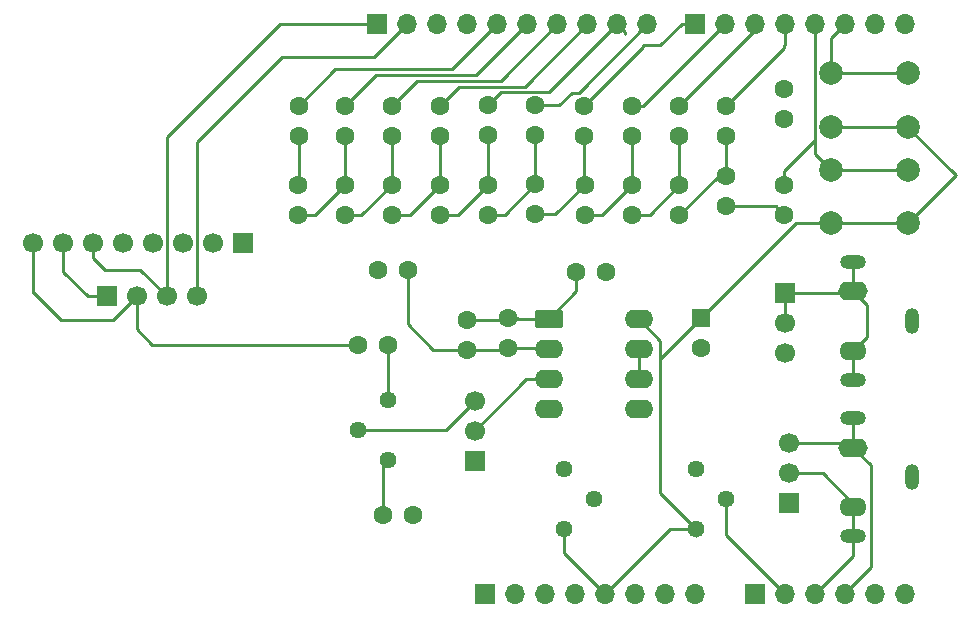
<source format=gbr>
%TF.GenerationSoftware,KiCad,Pcbnew,9.0.7*%
%TF.CreationDate,2026-02-04T17:26:36-07:00*%
%TF.ProjectId,Uno_Shield_DSP_Class_v1,556e6f5f-5368-4696-956c-645f4453505f,rev?*%
%TF.SameCoordinates,Original*%
%TF.FileFunction,Copper,L1,Top*%
%TF.FilePolarity,Positive*%
%FSLAX46Y46*%
G04 Gerber Fmt 4.6, Leading zero omitted, Abs format (unit mm)*
G04 Created by KiCad (PCBNEW 9.0.7) date 2026-02-04 17:26:36*
%MOMM*%
%LPD*%
G01*
G04 APERTURE LIST*
G04 Aperture macros list*
%AMRoundRect*
0 Rectangle with rounded corners*
0 $1 Rounding radius*
0 $2 $3 $4 $5 $6 $7 $8 $9 X,Y pos of 4 corners*
0 Add a 4 corners polygon primitive as box body*
4,1,4,$2,$3,$4,$5,$6,$7,$8,$9,$2,$3,0*
0 Add four circle primitives for the rounded corners*
1,1,$1+$1,$2,$3*
1,1,$1+$1,$4,$5*
1,1,$1+$1,$6,$7*
1,1,$1+$1,$8,$9*
0 Add four rect primitives between the rounded corners*
20,1,$1+$1,$2,$3,$4,$5,0*
20,1,$1+$1,$4,$5,$6,$7,0*
20,1,$1+$1,$6,$7,$8,$9,0*
20,1,$1+$1,$8,$9,$2,$3,0*%
G04 Aperture macros list end*
%TA.AperFunction,ComponentPad*%
%ADD10R,1.700000X1.700000*%
%TD*%
%TA.AperFunction,ComponentPad*%
%ADD11O,1.700000X1.700000*%
%TD*%
%TA.AperFunction,ComponentPad*%
%ADD12C,1.600000*%
%TD*%
%TA.AperFunction,ComponentPad*%
%ADD13C,2.000000*%
%TD*%
%TA.AperFunction,ComponentPad*%
%ADD14C,1.700000*%
%TD*%
%TA.AperFunction,ComponentPad*%
%ADD15O,2.200000X1.200000*%
%TD*%
%TA.AperFunction,ComponentPad*%
%ADD16O,2.300000X1.600000*%
%TD*%
%TA.AperFunction,ComponentPad*%
%ADD17O,1.200000X2.200000*%
%TD*%
%TA.AperFunction,ComponentPad*%
%ADD18O,2.500000X1.600000*%
%TD*%
%TA.AperFunction,ComponentPad*%
%ADD19RoundRect,0.250000X-0.550000X0.550000X-0.550000X-0.550000X0.550000X-0.550000X0.550000X0.550000X0*%
%TD*%
%TA.AperFunction,ComponentPad*%
%ADD20C,1.440000*%
%TD*%
%TA.AperFunction,ComponentPad*%
%ADD21RoundRect,0.250000X-0.950000X-0.550000X0.950000X-0.550000X0.950000X0.550000X-0.950000X0.550000X0*%
%TD*%
%TA.AperFunction,ComponentPad*%
%ADD22O,2.400000X1.600000*%
%TD*%
%TA.AperFunction,Conductor*%
%ADD23C,0.250000*%
%TD*%
G04 APERTURE END LIST*
D10*
%TO.P,J1,1,Pin_1*%
%TO.N,unconnected-(J1-Pin_1-Pad1)*%
X127940000Y-97460000D03*
D11*
%TO.P,J1,2,Pin_2*%
%TO.N,/IOREF*%
X130480000Y-97460000D03*
%TO.P,J1,3,Pin_3*%
%TO.N,/~{RESET}*%
X133020000Y-97460000D03*
%TO.P,J1,4,Pin_4*%
%TO.N,+3V3*%
X135560000Y-97460000D03*
%TO.P,J1,5,Pin_5*%
%TO.N,+5V*%
X138100000Y-97460000D03*
%TO.P,J1,6,Pin_6*%
%TO.N,GND*%
X140640000Y-97460000D03*
%TO.P,J1,7,Pin_7*%
X143180000Y-97460000D03*
%TO.P,J1,8,Pin_8*%
%TO.N,VCC*%
X145720000Y-97460000D03*
%TD*%
D10*
%TO.P,J3,1,Pin_1*%
%TO.N,/A0*%
X150800000Y-97460000D03*
D11*
%TO.P,J3,2,Pin_2*%
%TO.N,/A1*%
X153340000Y-97460000D03*
%TO.P,J3,3,Pin_3*%
%TO.N,/IN_RIGHT*%
X155880000Y-97460000D03*
%TO.P,J3,4,Pin_4*%
%TO.N,/IN_LEFT*%
X158420000Y-97460000D03*
%TO.P,J3,5,Pin_5*%
%TO.N,/SDA{slash}A4*%
X160960000Y-97460000D03*
%TO.P,J3,6,Pin_6*%
%TO.N,/SCL{slash}A5*%
X163500000Y-97460000D03*
%TD*%
D10*
%TO.P,J2,1,Pin_1*%
%TO.N,/SCL*%
X118796000Y-49200000D03*
D11*
%TO.P,J2,2,Pin_2*%
%TO.N,/SDA*%
X121336000Y-49200000D03*
%TO.P,J2,3,Pin_3*%
%TO.N,/AREF*%
X123876000Y-49200000D03*
%TO.P,J2,4,Pin_4*%
%TO.N,GND*%
X126416000Y-49200000D03*
%TO.P,J2,5,Pin_5*%
%TO.N,/D9*%
X128956000Y-49200000D03*
%TO.P,J2,6,Pin_6*%
%TO.N,/D8*%
X131496000Y-49200000D03*
%TO.P,J2,7,Pin_7*%
%TO.N,/D7*%
X134036000Y-49200000D03*
%TO.P,J2,8,Pin_8*%
%TO.N,/D6*%
X136576000Y-49200000D03*
%TO.P,J2,9,Pin_9*%
%TO.N,/D5*%
X139116000Y-49200000D03*
%TO.P,J2,10,Pin_10*%
%TO.N,/D4*%
X141656000Y-49200000D03*
%TD*%
D10*
%TO.P,J4,1,Pin_1*%
%TO.N,/D3*%
X145720000Y-49200000D03*
D11*
%TO.P,J4,2,Pin_2*%
%TO.N,/D2*%
X148260000Y-49200000D03*
%TO.P,J4,3,Pin_3*%
%TO.N,/D1*%
X150800000Y-49200000D03*
%TO.P,J4,4,Pin_4*%
%TO.N,/D0*%
X153340000Y-49200000D03*
%TO.P,J4,5,Pin_5*%
%TO.N,/BT2*%
X155880000Y-49200000D03*
%TO.P,J4,6,Pin_6*%
%TO.N,/BT1*%
X158420000Y-49200000D03*
%TO.P,J4,7,Pin_7*%
%TO.N,/TX{slash}1*%
X160960000Y-49200000D03*
%TO.P,J4,8,Pin_8*%
%TO.N,/RX{slash}0*%
X163500000Y-49200000D03*
%TD*%
D12*
%TO.P,R9,1*%
%TO.N,Net-(R10-Pad1)*%
X136350000Y-62810000D03*
%TO.P,R9,2*%
%TO.N,Net-(R7-Pad1)*%
X136350000Y-65350000D03*
%TD*%
%TO.P,R13,1*%
%TO.N,Net-(R13-Pad1)*%
X128150000Y-62820000D03*
%TO.P,R13,2*%
%TO.N,Net-(R11-Pad1)*%
X128150000Y-65360000D03*
%TD*%
%TO.P,R14,1*%
%TO.N,Net-(R13-Pad1)*%
X128130000Y-58620000D03*
%TO.P,R14,2*%
%TO.N,/D5*%
X128130000Y-56080000D03*
%TD*%
%TO.P,R18,1*%
%TO.N,Net-(R17-Pad1)*%
X120050000Y-58670000D03*
%TO.P,R18,2*%
%TO.N,/D7*%
X120050000Y-56130000D03*
%TD*%
%TO.P,R4,1*%
%TO.N,Net-(R3-Pad2)*%
X148320000Y-58690000D03*
%TO.P,R4,2*%
%TO.N,/D0*%
X148320000Y-56150000D03*
%TD*%
%TO.P,R15,1*%
%TO.N,Net-(R15-Pad1)*%
X124070000Y-62810000D03*
%TO.P,R15,2*%
%TO.N,Net-(R13-Pad1)*%
X124070000Y-65350000D03*
%TD*%
%TO.P,R19,1*%
%TO.N,Net-(R19-Pad1)*%
X116080000Y-62840000D03*
%TO.P,R19,2*%
%TO.N,Net-(R17-Pad1)*%
X116080000Y-65380000D03*
%TD*%
%TO.P,C2,1*%
%TO.N,Net-(U1A--)*%
X129890000Y-76600000D03*
%TO.P,C2,2*%
%TO.N,Net-(C2-Pad2)*%
X129890000Y-74100000D03*
%TD*%
%TO.P,R7,1*%
%TO.N,Net-(R7-Pad1)*%
X140350000Y-62820000D03*
%TO.P,R7,2*%
%TO.N,Net-(R5-Pad1)*%
X140350000Y-65360000D03*
%TD*%
%TO.P,R21,1*%
%TO.N,Net-(R21-Pad1)*%
X112090000Y-62840000D03*
%TO.P,R21,2*%
%TO.N,Net-(R19-Pad1)*%
X112090000Y-65380000D03*
%TD*%
D13*
%TO.P,SW2,1,1*%
%TO.N,+5V*%
X163710000Y-66050000D03*
X157210000Y-66050000D03*
%TO.P,SW2,2,2*%
%TO.N,/BT2*%
X163710000Y-61550000D03*
X157210000Y-61550000D03*
%TD*%
D12*
%TO.P,R20,1*%
%TO.N,Net-(R19-Pad1)*%
X116090000Y-58670000D03*
%TO.P,R20,2*%
%TO.N,/D8*%
X116090000Y-56130000D03*
%TD*%
%TO.P,R6,1*%
%TO.N,Net-(R5-Pad1)*%
X144310000Y-58680000D03*
%TO.P,R6,2*%
%TO.N,/D1*%
X144310000Y-56140000D03*
%TD*%
D10*
%TO.P,J7,1,Pin_1*%
%TO.N,/AUDIO_OUT*%
X153310000Y-71920000D03*
D14*
%TO.P,J7,2,Pin_2*%
X153310000Y-74460000D03*
%TO.P,J7,3,Pin_3*%
%TO.N,GND*%
X153310000Y-77000000D03*
%TD*%
D12*
%TO.P,R10,1*%
%TO.N,Net-(R10-Pad1)*%
X136270000Y-58650000D03*
%TO.P,R10,2*%
%TO.N,/D3*%
X136270000Y-56110000D03*
%TD*%
D10*
%TO.P,J5,1,Pin_1*%
%TO.N,unconnected-(J5-Pin_1-Pad1)*%
X107460000Y-67730000D03*
D14*
%TO.P,J5,2,Pin_2*%
%TO.N,unconnected-(J5-Pin_2-Pad2)*%
X104920000Y-67730000D03*
%TO.P,J5,3,Pin_3*%
%TO.N,unconnected-(J5-Pin_3-Pad3)*%
X102380000Y-67730000D03*
%TO.P,J5,4,Pin_4*%
%TO.N,unconnected-(J5-Pin_4-Pad4)*%
X99840000Y-67730000D03*
%TO.P,J5,5,Pin_5*%
%TO.N,/SDA*%
X97300000Y-67730000D03*
%TO.P,J5,6,Pin_6*%
%TO.N,/SCL*%
X94760000Y-67730000D03*
%TO.P,J5,7,Pin_7*%
%TO.N,GND*%
X92220000Y-67730000D03*
%TO.P,J5,8,Pin_8*%
%TO.N,+5V*%
X89680000Y-67730000D03*
%TD*%
D12*
%TO.P,R26,1*%
%TO.N,Net-(R26-Pad1)*%
X119260000Y-90790000D03*
%TO.P,R26,2*%
%TO.N,GND*%
X121800000Y-90790000D03*
%TD*%
D15*
%TO.P,J11,R*%
%TO.N,/AUDIO_OUT*%
X159090000Y-79330000D03*
D16*
%TO.P,J11,RN*%
X159090000Y-76830000D03*
D17*
%TO.P,J11,S*%
%TO.N,GND*%
X164090000Y-74330000D03*
D15*
%TO.P,J11,T*%
%TO.N,/AUDIO_OUT*%
X159090000Y-69330000D03*
D18*
%TO.P,J11,TN*%
X159090000Y-71830000D03*
%TD*%
D12*
%TO.P,R5,1*%
%TO.N,Net-(R5-Pad1)*%
X144370000Y-62850000D03*
%TO.P,R5,2*%
%TO.N,Net-(R3-Pad2)*%
X144370000Y-65390000D03*
%TD*%
D19*
%TO.P,C1,1*%
%TO.N,+5V*%
X146210000Y-74107620D03*
D12*
%TO.P,C1,2*%
%TO.N,GND*%
X146210000Y-76607620D03*
%TD*%
%TO.P,R24,1*%
%TO.N,Net-(C2-Pad2)*%
X126360000Y-74240000D03*
%TO.P,R24,2*%
%TO.N,Net-(U1A--)*%
X126360000Y-76780000D03*
%TD*%
%TO.P,R12,1*%
%TO.N,Net-(R11-Pad1)*%
X132180000Y-58620000D03*
%TO.P,R12,2*%
%TO.N,/D4*%
X132180000Y-56080000D03*
%TD*%
D13*
%TO.P,SW1,1,1*%
%TO.N,+5V*%
X163710000Y-57870000D03*
X157210000Y-57870000D03*
%TO.P,SW1,2,2*%
%TO.N,/BT1*%
X163710000Y-53370000D03*
X157210000Y-53370000D03*
%TD*%
D12*
%TO.P,R11,1*%
%TO.N,Net-(R11-Pad1)*%
X132180000Y-62770000D03*
%TO.P,R11,2*%
%TO.N,Net-(R10-Pad1)*%
X132180000Y-65310000D03*
%TD*%
%TO.P,R22,1*%
%TO.N,Net-(R21-Pad1)*%
X112130000Y-58650000D03*
%TO.P,R22,2*%
%TO.N,/D9*%
X112130000Y-56110000D03*
%TD*%
D10*
%TO.P,J12,1,Pin_1*%
%TO.N,GND*%
X153620000Y-89780000D03*
D14*
%TO.P,J12,2,Pin_2*%
%TO.N,/IN_RIGHT*%
X153620000Y-87240000D03*
%TO.P,J12,3,Pin_3*%
%TO.N,/IN_LEFT*%
X153620000Y-84700000D03*
%TD*%
D12*
%TO.P,R1,1*%
%TO.N,/BT1*%
X153220000Y-54670000D03*
%TO.P,R1,2*%
%TO.N,GND*%
X153220000Y-57210000D03*
%TD*%
%TO.P,R27,1*%
%TO.N,/AUDIO_OUT*%
X138180000Y-70180000D03*
%TO.P,R27,2*%
%TO.N,Net-(C2-Pad2)*%
X135640000Y-70180000D03*
%TD*%
%TO.P,R17,1*%
%TO.N,Net-(R17-Pad1)*%
X120030000Y-62800000D03*
%TO.P,R17,2*%
%TO.N,Net-(R15-Pad1)*%
X120030000Y-65340000D03*
%TD*%
%TO.P,R25,1*%
%TO.N,+5V*%
X117180000Y-76360000D03*
%TO.P,R25,2*%
%TO.N,Net-(R25-Pad2)*%
X119720000Y-76360000D03*
%TD*%
%TO.P,R16,1*%
%TO.N,Net-(R15-Pad1)*%
X124070000Y-58650000D03*
%TO.P,R16,2*%
%TO.N,/D6*%
X124070000Y-56110000D03*
%TD*%
D20*
%TO.P,RV1,1,1*%
%TO.N,+5V*%
X134610000Y-91950000D03*
%TO.P,RV1,2,2*%
%TO.N,/A0*%
X137150000Y-89410000D03*
%TO.P,RV1,3,3*%
%TO.N,GND*%
X134610000Y-86870000D03*
%TD*%
D12*
%TO.P,R2,1*%
%TO.N,/BT2*%
X153260000Y-62810000D03*
%TO.P,R2,2*%
%TO.N,GND*%
X153260000Y-65350000D03*
%TD*%
D21*
%TO.P,U1,1*%
%TO.N,Net-(C2-Pad2)*%
X133300000Y-74170000D03*
D22*
%TO.P,U1,2,-*%
%TO.N,Net-(U1A--)*%
X133300000Y-76710000D03*
%TO.P,U1,3,+*%
%TO.N,Net-(J9-Pin_2)*%
X133300000Y-79250000D03*
%TO.P,U1,4,V-*%
%TO.N,GND*%
X133300000Y-81790000D03*
%TO.P,U1,5,+*%
X140920000Y-81790000D03*
%TO.P,U1,6,-*%
%TO.N,Net-(U1B--)*%
X140920000Y-79250000D03*
%TO.P,U1,7*%
X140920000Y-76710000D03*
%TO.P,U1,8,V+*%
%TO.N,+5V*%
X140920000Y-74170000D03*
%TD*%
D10*
%TO.P,J9,1,Pin_1*%
%TO.N,GND*%
X127040000Y-86170000D03*
D14*
%TO.P,J9,2,Pin_2*%
%TO.N,Net-(J9-Pin_2)*%
X127040000Y-83630000D03*
%TO.P,J9,3,Pin_3*%
%TO.N,Net-(J9-Pin_3)*%
X127040000Y-81090000D03*
%TD*%
D12*
%TO.P,R3,1*%
%TO.N,GND*%
X148340000Y-64610000D03*
%TO.P,R3,2*%
%TO.N,Net-(R3-Pad2)*%
X148340000Y-62070000D03*
%TD*%
D15*
%TO.P,J10,R*%
%TO.N,/IN_RIGHT*%
X159090000Y-92540000D03*
D16*
%TO.P,J10,RN*%
X159090000Y-90040000D03*
D17*
%TO.P,J10,S*%
%TO.N,GND*%
X164090000Y-87540000D03*
D15*
%TO.P,J10,T*%
%TO.N,/IN_LEFT*%
X159090000Y-82540000D03*
D18*
%TO.P,J10,TN*%
X159090000Y-85040000D03*
%TD*%
D20*
%TO.P,RV3,1,1*%
%TO.N,Net-(R25-Pad2)*%
X119705000Y-81000000D03*
%TO.P,RV3,2,2*%
%TO.N,Net-(J9-Pin_3)*%
X117165000Y-83540000D03*
%TO.P,RV3,3,3*%
%TO.N,Net-(R26-Pad1)*%
X119705000Y-86080000D03*
%TD*%
%TO.P,RV2,1,1*%
%TO.N,+5V*%
X145810000Y-91950000D03*
%TO.P,RV2,2,2*%
%TO.N,/A1*%
X148350000Y-89410000D03*
%TO.P,RV2,3,3*%
%TO.N,GND*%
X145810000Y-86870000D03*
%TD*%
D12*
%TO.P,R8,1*%
%TO.N,Net-(R7-Pad1)*%
X140370000Y-58690000D03*
%TO.P,R8,2*%
%TO.N,/D2*%
X140370000Y-56150000D03*
%TD*%
D10*
%TO.P,J6,1,Pin_1*%
%TO.N,GND*%
X95900000Y-72240000D03*
D14*
%TO.P,J6,2,Pin_2*%
%TO.N,+5V*%
X98440000Y-72240000D03*
%TO.P,J6,3,Pin_3*%
%TO.N,/SCL*%
X100980000Y-72240000D03*
%TO.P,J6,4,Pin_4*%
%TO.N,/SDA*%
X103520000Y-72240000D03*
%TD*%
D12*
%TO.P,R23,1*%
%TO.N,Net-(U1A--)*%
X121370000Y-70040000D03*
%TO.P,R23,2*%
%TO.N,Net-(R21-Pad1)*%
X118830000Y-70040000D03*
%TD*%
D23*
%TO.N,GND*%
X146154380Y-76607620D02*
X145762000Y-77000000D01*
X92220000Y-70198000D02*
X94262000Y-72240000D01*
X146210000Y-76607620D02*
X146154380Y-76607620D01*
X148340000Y-64922000D02*
X148262000Y-65000000D01*
X92220000Y-67730000D02*
X92220000Y-70198000D01*
X148340000Y-64610000D02*
X152520000Y-64610000D01*
X92032000Y-67730000D02*
X91762000Y-68000000D01*
X121800000Y-90790000D02*
X122052000Y-90790000D01*
X148340000Y-64610000D02*
X148340000Y-64922000D01*
X152520000Y-64610000D02*
X153260000Y-65350000D01*
X92220000Y-67730000D02*
X92032000Y-67730000D01*
X94262000Y-72240000D02*
X95900000Y-72240000D01*
X122052000Y-90790000D02*
X122262000Y-91000000D01*
%TO.N,+5V*%
X157210000Y-57870000D02*
X157210000Y-58448000D01*
X142762000Y-78000000D02*
X142762000Y-77555620D01*
X99762000Y-76360000D02*
X117180000Y-76360000D01*
X145810000Y-91950000D02*
X145762000Y-91998000D01*
X89762000Y-72000000D02*
X92012000Y-74250000D01*
X146210000Y-74107620D02*
X146369620Y-74107620D01*
X96430000Y-74250000D02*
X98440000Y-72240000D01*
X92012000Y-74250000D02*
X96430000Y-74250000D01*
X163710000Y-57948000D02*
X167762000Y-62000000D01*
X134610000Y-93970000D02*
X138100000Y-97460000D01*
X89680000Y-67730000D02*
X89680000Y-72000000D01*
X134610000Y-91950000D02*
X134610000Y-93970000D01*
X146369620Y-74107620D02*
X146762000Y-74500000D01*
X167762000Y-62000000D02*
X167760000Y-62000000D01*
X157210000Y-66050000D02*
X157712000Y-66050000D01*
X157210000Y-58448000D02*
X157262000Y-58500000D01*
X98440000Y-72240000D02*
X98440000Y-75038000D01*
X138100000Y-97460000D02*
X143610000Y-91950000D01*
X89680000Y-72000000D02*
X89762000Y-72000000D01*
X142762000Y-78000000D02*
X142762000Y-76012000D01*
X157632000Y-57870000D02*
X157762000Y-58000000D01*
X163710000Y-57870000D02*
X163710000Y-57948000D01*
X157210000Y-57870000D02*
X163710000Y-57870000D01*
X146210000Y-74107620D02*
X154267620Y-66050000D01*
X143610000Y-91950000D02*
X145810000Y-91950000D01*
X157210000Y-57870000D02*
X157632000Y-57870000D01*
X163710000Y-66050000D02*
X157210000Y-66050000D01*
X142762000Y-77555620D02*
X146210000Y-74107620D01*
X98440000Y-75038000D02*
X99762000Y-76360000D01*
X145762000Y-91998000D02*
X145762000Y-92500000D01*
X145810000Y-91950000D02*
X142762000Y-88902000D01*
X142762000Y-76012000D02*
X140920000Y-74170000D01*
X157712000Y-66050000D02*
X157762000Y-66000000D01*
X167760000Y-62000000D02*
X163710000Y-66050000D01*
X142762000Y-88902000D02*
X142762000Y-78000000D01*
X154267620Y-66050000D02*
X157210000Y-66050000D01*
%TO.N,/A1*%
X148350000Y-92470000D02*
X148350000Y-89410000D01*
X153340000Y-97460000D02*
X148350000Y-92470000D01*
%TO.N,/SCL*%
X110562000Y-49200000D02*
X118796000Y-49200000D01*
X94760000Y-69000000D02*
X94760000Y-67730000D01*
X100980000Y-72240000D02*
X98740000Y-70000000D01*
X98740000Y-70000000D02*
X95760000Y-70000000D01*
X94760000Y-69000000D02*
X95760000Y-70000000D01*
X101016000Y-72204000D02*
X101016000Y-58746000D01*
X101016000Y-58746000D02*
X110562000Y-49200000D01*
X100980000Y-72240000D02*
X101016000Y-72204000D01*
%TO.N,/SDA*%
X103520000Y-72240000D02*
X103556000Y-72204000D01*
X103556000Y-59206000D02*
X110762000Y-52000000D01*
X97300000Y-67730000D02*
X97032000Y-67730000D01*
X103520000Y-72258000D02*
X103762000Y-72500000D01*
X118536000Y-52000000D02*
X121336000Y-49200000D01*
X103556000Y-72204000D02*
X103556000Y-59206000D01*
X103520000Y-72240000D02*
X103520000Y-72258000D01*
X110762000Y-52000000D02*
X118536000Y-52000000D01*
X97032000Y-67730000D02*
X96762000Y-68000000D01*
%TO.N,/BT1*%
X157210000Y-53370000D02*
X163710000Y-53370000D01*
X157210000Y-50410000D02*
X157210000Y-53370000D01*
X158420000Y-49200000D02*
X157210000Y-50410000D01*
%TO.N,/BT2*%
X155880000Y-49200000D02*
X155880000Y-59000000D01*
X157210000Y-61550000D02*
X163710000Y-61550000D01*
X157212000Y-61550000D02*
X157262000Y-61500000D01*
X155880000Y-60220000D02*
X157210000Y-61550000D01*
X157210000Y-61550000D02*
X157212000Y-61550000D01*
X153260000Y-62810000D02*
X153260000Y-61620000D01*
X153260000Y-61620000D02*
X155880000Y-59000000D01*
X155880000Y-59000000D02*
X155880000Y-60220000D01*
%TO.N,Net-(C2-Pad2)*%
X130662000Y-74100000D02*
X130732000Y-74170000D01*
X130732000Y-74170000D02*
X133300000Y-74170000D01*
X129890000Y-74100000D02*
X130662000Y-74100000D01*
X126360000Y-74240000D02*
X129750000Y-74240000D01*
X135640000Y-70180000D02*
X135640000Y-71830000D01*
X129750000Y-74240000D02*
X129890000Y-74100000D01*
X135640000Y-71830000D02*
X133300000Y-74170000D01*
%TO.N,Net-(U1A--)*%
X126360000Y-76780000D02*
X129710000Y-76780000D01*
X121370000Y-74608000D02*
X123542000Y-76780000D01*
X133190000Y-76600000D02*
X133300000Y-76710000D01*
X129710000Y-76780000D02*
X129890000Y-76600000D01*
X123542000Y-76780000D02*
X126360000Y-76780000D01*
X121370000Y-70040000D02*
X121370000Y-74608000D01*
X129890000Y-76600000D02*
X133190000Y-76600000D01*
%TO.N,/D7*%
X129236000Y-54000000D02*
X122180000Y-54000000D01*
X122180000Y-54000000D02*
X120050000Y-56130000D01*
X134036000Y-49200000D02*
X129236000Y-54000000D01*
%TO.N,/D8*%
X131496000Y-49200000D02*
X127196000Y-53500000D01*
X127196000Y-53500000D02*
X118720000Y-53500000D01*
X118720000Y-53500000D02*
X116090000Y-56130000D01*
%TO.N,/D9*%
X115240000Y-53000000D02*
X112130000Y-56110000D01*
X129256000Y-49500000D02*
X129262000Y-49500000D01*
X128956000Y-49200000D02*
X125156000Y-53000000D01*
X128956000Y-49200000D02*
X129256000Y-49500000D01*
X125156000Y-53000000D02*
X115240000Y-53000000D01*
%TO.N,/D6*%
X131276000Y-54500000D02*
X125680000Y-54500000D01*
X125680000Y-54500000D02*
X124070000Y-56110000D01*
X136576000Y-49200000D02*
X131276000Y-54500000D01*
%TO.N,/D4*%
X134182000Y-56080000D02*
X132180000Y-56080000D01*
X135262000Y-55000000D02*
X134182000Y-56080000D01*
X135856000Y-55000000D02*
X135262000Y-55000000D01*
X141656000Y-49200000D02*
X135856000Y-55000000D01*
%TO.N,/D5*%
X129256000Y-54954000D02*
X128130000Y-56080000D01*
X139762000Y-49846000D02*
X139116000Y-49200000D01*
X139116000Y-49200000D02*
X133362000Y-54954000D01*
X139762000Y-50000000D02*
X139762000Y-49846000D01*
X133362000Y-54954000D02*
X129256000Y-54954000D01*
X139116000Y-49200000D02*
X139116000Y-49146000D01*
X139116000Y-49146000D02*
X139262000Y-49000000D01*
%TO.N,/IN_RIGHT*%
X153620000Y-87240000D02*
X153620000Y-87142000D01*
X155880000Y-97460000D02*
X159090000Y-94250000D01*
X159090000Y-89828000D02*
X156502000Y-87240000D01*
X156502000Y-87240000D02*
X153620000Y-87240000D01*
X153620000Y-87142000D02*
X153762000Y-87000000D01*
X159090000Y-94250000D02*
X159090000Y-92540000D01*
X159090000Y-90040000D02*
X159090000Y-89828000D01*
X159090000Y-92540000D02*
X159090000Y-90040000D01*
%TO.N,/IN_LEFT*%
X159090000Y-85040000D02*
X159090000Y-82540000D01*
X158420000Y-97342000D02*
X160566000Y-95196000D01*
X160566000Y-95196000D02*
X160566000Y-86516000D01*
X158420000Y-97460000D02*
X158420000Y-97342000D01*
X153620000Y-84700000D02*
X158750000Y-84700000D01*
X158750000Y-84700000D02*
X159090000Y-85040000D01*
X160566000Y-86516000D02*
X159090000Y-85040000D01*
%TO.N,/D3*%
X144562000Y-49200000D02*
X145720000Y-49200000D01*
X142762000Y-51000000D02*
X144562000Y-49200000D01*
X141262000Y-51000000D02*
X142762000Y-51000000D01*
X136270000Y-56110000D02*
X141262000Y-51118000D01*
X141262000Y-51118000D02*
X141262000Y-51000000D01*
%TO.N,/D2*%
X141310000Y-56150000D02*
X148260000Y-49200000D01*
X140370000Y-56150000D02*
X141310000Y-56150000D01*
%TO.N,/D0*%
X148320000Y-56150000D02*
X153262000Y-51208000D01*
X153262000Y-51208000D02*
X153262000Y-51000000D01*
X153262000Y-51000000D02*
X153340000Y-50922000D01*
X153340000Y-50922000D02*
X153340000Y-49200000D01*
%TO.N,/D1*%
X150800000Y-49650000D02*
X150800000Y-49200000D01*
X144310000Y-56140000D02*
X150800000Y-49650000D01*
%TO.N,/AUDIO_OUT*%
X159090000Y-71830000D02*
X159090000Y-69330000D01*
X160262000Y-73002000D02*
X160262000Y-75658000D01*
X160262000Y-75658000D02*
X159090000Y-76830000D01*
X159090000Y-71830000D02*
X160262000Y-73002000D01*
X159090000Y-76830000D02*
X159090000Y-79330000D01*
X159000000Y-71920000D02*
X159090000Y-71830000D01*
X153310000Y-71920000D02*
X153310000Y-74460000D01*
X153310000Y-71920000D02*
X159000000Y-71920000D01*
%TO.N,Net-(J9-Pin_3)*%
X117165000Y-83540000D02*
X124590000Y-83540000D01*
X124590000Y-83540000D02*
X127040000Y-81090000D01*
%TO.N,Net-(J9-Pin_2)*%
X131420000Y-79250000D02*
X133300000Y-79250000D01*
X127040000Y-83630000D02*
X131420000Y-79250000D01*
%TO.N,Net-(R3-Pad2)*%
X148320000Y-58690000D02*
X148320000Y-62050000D01*
X144370000Y-65390000D02*
X147690000Y-62070000D01*
X147690000Y-62070000D02*
X148340000Y-62070000D01*
X148320000Y-62050000D02*
X148340000Y-62070000D01*
%TO.N,Net-(R5-Pad1)*%
X144310000Y-62790000D02*
X144370000Y-62850000D01*
X144310000Y-58680000D02*
X144310000Y-62790000D01*
X141860000Y-65360000D02*
X144370000Y-62850000D01*
X140350000Y-65360000D02*
X141860000Y-65360000D01*
%TO.N,Net-(R7-Pad1)*%
X137820000Y-65350000D02*
X140350000Y-62820000D01*
X140370000Y-62800000D02*
X140350000Y-62820000D01*
X136350000Y-65350000D02*
X137820000Y-65350000D01*
X140370000Y-58690000D02*
X140370000Y-62800000D01*
%TO.N,Net-(R10-Pad1)*%
X136270000Y-62730000D02*
X136350000Y-62810000D01*
X136350000Y-62912000D02*
X136262000Y-63000000D01*
X133850000Y-65310000D02*
X136350000Y-62810000D01*
X136350000Y-62810000D02*
X136350000Y-62912000D01*
X132180000Y-65310000D02*
X133850000Y-65310000D01*
X136270000Y-58650000D02*
X136270000Y-62730000D01*
%TO.N,Net-(R11-Pad1)*%
X132180000Y-58620000D02*
X132180000Y-62770000D01*
X129590000Y-65360000D02*
X132180000Y-62770000D01*
X128150000Y-65360000D02*
X129590000Y-65360000D01*
%TO.N,Net-(R13-Pad1)*%
X128130000Y-62800000D02*
X128150000Y-62820000D01*
X125620000Y-65350000D02*
X128150000Y-62820000D01*
X124070000Y-65350000D02*
X125620000Y-65350000D01*
X128130000Y-58620000D02*
X128130000Y-62800000D01*
%TO.N,Net-(R15-Pad1)*%
X120030000Y-65340000D02*
X121540000Y-65340000D01*
X124070000Y-58650000D02*
X124070000Y-62810000D01*
X121540000Y-65340000D02*
X124070000Y-62810000D01*
%TO.N,Net-(R17-Pad1)*%
X120050000Y-58670000D02*
X120050000Y-62780000D01*
X116080000Y-65380000D02*
X117450000Y-65380000D01*
X117450000Y-65380000D02*
X120030000Y-62800000D01*
X120050000Y-62780000D02*
X120030000Y-62800000D01*
%TO.N,Net-(R19-Pad1)*%
X113540000Y-65380000D02*
X116080000Y-62840000D01*
X116090000Y-58670000D02*
X116090000Y-62830000D01*
X116090000Y-62830000D02*
X116080000Y-62840000D01*
X112090000Y-65380000D02*
X113540000Y-65380000D01*
%TO.N,Net-(R21-Pad1)*%
X112130000Y-62800000D02*
X112090000Y-62840000D01*
X112130000Y-58650000D02*
X112130000Y-62800000D01*
%TO.N,Net-(R25-Pad2)*%
X119720000Y-76360000D02*
X119720000Y-80985000D01*
X119720000Y-80985000D02*
X119705000Y-81000000D01*
%TO.N,Net-(R26-Pad1)*%
X119260000Y-90790000D02*
X119260000Y-86525000D01*
X119260000Y-86525000D02*
X119705000Y-86080000D01*
%TO.N,Net-(U1B--)*%
X140920000Y-76710000D02*
X140920000Y-79250000D01*
%TD*%
M02*

</source>
